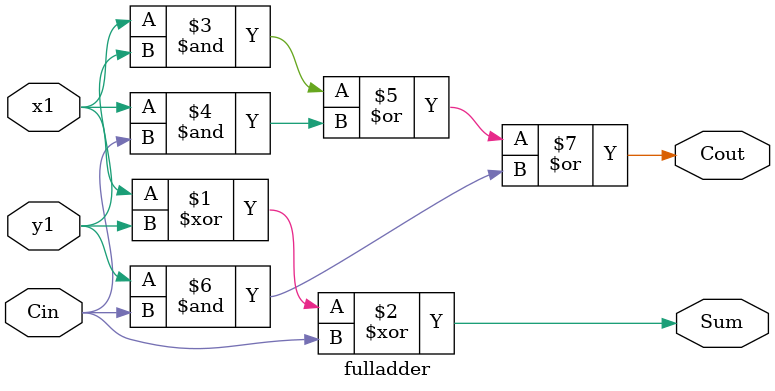
<source format=v>
module multiplier(x2,y2,p);
input [1:0]x2,y2;
output [3:0]p;
wire [1:0]a,b;
assign b[0]=x2[1]&y2[0];
assign a[0]=x2[0]&y2[1];
assign a[1]=x2[1]&y2[1];
assign b[1]=1'b0;
assign p[0]=x2[0]&y2[0];
adder2 stage0(a,b,1'b0,p[2:1],p[3]);
endmodule

module adder2(x,y,cin,s,cout);
input [1:0]x,y;
input cin;
output [1:0]s;
output cout;
wire c1;
fulladder stage0(x[0],y[0],cin,s[0],c1);
fulladder stage1(x[1],y[1],c1,s[1],cout);
endmodule

module fulladder(x1,y1,Cin,Sum,Cout);
input x1,y1,Cin;
output Sum,Cout;
assign Sum=x1^y1^Cin;
assign Cout = (x1&y1)|(x1&Cin)|(y1&Cin);
endmodule
</source>
